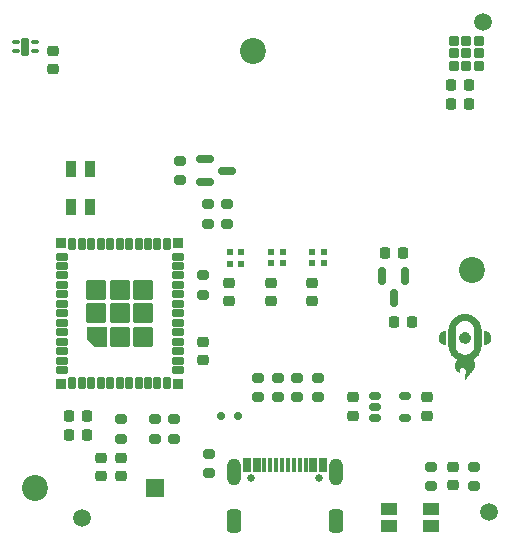
<source format=gbr>
%TF.GenerationSoftware,KiCad,Pcbnew,9.0.1*%
%TF.CreationDate,2025-11-13T12:09:59-06:00*%
%TF.ProjectId,AirCube,41697243-7562-4652-9e6b-696361645f70,rev?*%
%TF.SameCoordinates,Original*%
%TF.FileFunction,Soldermask,Top*%
%TF.FilePolarity,Negative*%
%FSLAX46Y46*%
G04 Gerber Fmt 4.6, Leading zero omitted, Abs format (unit mm)*
G04 Created by KiCad (PCBNEW 9.0.1) date 2025-11-13 12:09:59*
%MOMM*%
%LPD*%
G01*
G04 APERTURE LIST*
G04 Aperture macros list*
%AMRoundRect*
0 Rectangle with rounded corners*
0 $1 Rounding radius*
0 $2 $3 $4 $5 $6 $7 $8 $9 X,Y pos of 4 corners*
0 Add a 4 corners polygon primitive as box body*
4,1,4,$2,$3,$4,$5,$6,$7,$8,$9,$2,$3,0*
0 Add four circle primitives for the rounded corners*
1,1,$1+$1,$2,$3*
1,1,$1+$1,$4,$5*
1,1,$1+$1,$6,$7*
1,1,$1+$1,$8,$9*
0 Add four rect primitives between the rounded corners*
20,1,$1+$1,$2,$3,$4,$5,0*
20,1,$1+$1,$4,$5,$6,$7,0*
20,1,$1+$1,$6,$7,$8,$9,0*
20,1,$1+$1,$8,$9,$2,$3,0*%
G04 Aperture macros list end*
%ADD10C,0.010000*%
%ADD11C,0.000000*%
%ADD12RoundRect,0.200000X0.275000X-0.200000X0.275000X0.200000X-0.275000X0.200000X-0.275000X-0.200000X0*%
%ADD13RoundRect,0.225000X0.225000X0.250000X-0.225000X0.250000X-0.225000X-0.250000X0.225000X-0.250000X0*%
%ADD14RoundRect,0.102000X0.200000X-0.400000X0.200000X0.400000X-0.200000X0.400000X-0.200000X-0.400000X0*%
%ADD15RoundRect,0.102000X0.400000X-0.200000X0.400000X0.200000X-0.400000X0.200000X-0.400000X-0.200000X0*%
%ADD16RoundRect,0.102000X0.725000X-0.725000X0.725000X0.725000X-0.725000X0.725000X-0.725000X-0.725000X0*%
%ADD17RoundRect,0.102000X0.350000X-0.350000X0.350000X0.350000X-0.350000X0.350000X-0.350000X-0.350000X0*%
%ADD18C,1.500000*%
%ADD19R,0.558800X0.558800*%
%ADD20RoundRect,0.100000X0.200000X0.100000X-0.200000X0.100000X-0.200000X-0.100000X0.200000X-0.100000X0*%
%ADD21RoundRect,0.162500X0.162500X0.637500X-0.162500X0.637500X-0.162500X-0.637500X0.162500X-0.637500X0*%
%ADD22RoundRect,0.225000X-0.250000X0.225000X-0.250000X-0.225000X0.250000X-0.225000X0.250000X0.225000X0*%
%ADD23RoundRect,0.200000X-0.275000X0.200000X-0.275000X-0.200000X0.275000X-0.200000X0.275000X0.200000X0*%
%ADD24C,2.200000*%
%ADD25RoundRect,0.225000X-0.225000X-0.250000X0.225000X-0.250000X0.225000X0.250000X-0.225000X0.250000X0*%
%ADD26RoundRect,0.150000X-0.150000X0.587500X-0.150000X-0.587500X0.150000X-0.587500X0.150000X0.587500X0*%
%ADD27RoundRect,0.150000X-0.150000X-0.200000X0.150000X-0.200000X0.150000X0.200000X-0.150000X0.200000X0*%
%ADD28RoundRect,0.175000X-0.325000X0.175000X-0.325000X-0.175000X0.325000X-0.175000X0.325000X0.175000X0*%
%ADD29C,0.650000*%
%ADD30RoundRect,0.025400X-0.300000X-0.575000X0.300000X-0.575000X0.300000X0.575000X-0.300000X0.575000X0*%
%ADD31RoundRect,0.025400X-0.150000X-0.575000X0.150000X-0.575000X0.150000X0.575000X-0.150000X0.575000X0*%
%ADD32O,1.204000X2.304000*%
%ADD33RoundRect,0.301000X-0.301000X-0.701000X0.301000X-0.701000X0.301000X0.701000X-0.301000X0.701000X0*%
%ADD34R,0.812800X1.422400*%
%ADD35RoundRect,0.212500X0.212500X0.212500X-0.212500X0.212500X-0.212500X-0.212500X0.212500X-0.212500X0*%
%ADD36R,1.400000X1.050000*%
%ADD37RoundRect,0.150000X-0.587500X-0.150000X0.587500X-0.150000X0.587500X0.150000X-0.587500X0.150000X0*%
%ADD38R,1.500000X1.500000*%
G04 APERTURE END LIST*
D10*
%TO.C,U7*%
X34050000Y-70000000D02*
X33050000Y-70000000D01*
X32400000Y-69350000D01*
X32400000Y-68350000D01*
X34050000Y-68350000D01*
X34050000Y-70000000D01*
G36*
X34050000Y-70000000D02*
G01*
X33050000Y-70000000D01*
X32400000Y-69350000D01*
X32400000Y-68350000D01*
X34050000Y-68350000D01*
X34050000Y-70000000D01*
G37*
D11*
%TO.C,G\u002A\u002A\u002A*%
G36*
X62804666Y-69872475D02*
G01*
X62769034Y-69871770D01*
X62741777Y-69869775D01*
X62708459Y-69865356D01*
X62684643Y-69861102D01*
X62593158Y-69835034D01*
X62508784Y-69796017D01*
X62432413Y-69744754D01*
X62364932Y-69681946D01*
X62307232Y-69608296D01*
X62261251Y-69526741D01*
X62235493Y-69464578D01*
X62218607Y-69404056D01*
X62208896Y-69338476D01*
X62206811Y-69312070D01*
X62208122Y-69218639D01*
X62223703Y-69127946D01*
X62252883Y-69041382D01*
X62294990Y-68960336D01*
X62349353Y-68886198D01*
X62415299Y-68820359D01*
X62461915Y-68784171D01*
X62523754Y-68746814D01*
X62591666Y-68716366D01*
X62661463Y-68694266D01*
X62728953Y-68681957D01*
X62765284Y-68679871D01*
X62804666Y-68679740D01*
X62804666Y-69872475D01*
G37*
G36*
X66122194Y-68679793D02*
G01*
X66158240Y-68682672D01*
X66202430Y-68690374D01*
X66249202Y-68701612D01*
X66292996Y-68715103D01*
X66319108Y-68725289D01*
X66358589Y-68745303D01*
X66402847Y-68771861D01*
X66446024Y-68801175D01*
X66482260Y-68829456D01*
X66487991Y-68834503D01*
X66547102Y-68897690D01*
X66596489Y-68970579D01*
X66635269Y-69050748D01*
X66662556Y-69135778D01*
X66677468Y-69223248D01*
X66679121Y-69310736D01*
X66675499Y-69348023D01*
X66655814Y-69440926D01*
X66623122Y-69527674D01*
X66578417Y-69607192D01*
X66522694Y-69678407D01*
X66456946Y-69740246D01*
X66382168Y-69791635D01*
X66299353Y-69831500D01*
X66209497Y-69858769D01*
X66200804Y-69860629D01*
X66168401Y-69866495D01*
X66137360Y-69870732D01*
X66114115Y-69872469D01*
X66113134Y-69872475D01*
X66082812Y-69872475D01*
X66082812Y-68679740D01*
X66122194Y-68679793D01*
G37*
G36*
X64443739Y-68788985D02*
G01*
X64487013Y-68789390D01*
X64519083Y-68790555D01*
X64543747Y-68792989D01*
X64564804Y-68797200D01*
X64586050Y-68803696D01*
X64604863Y-68810550D01*
X64681955Y-68847091D01*
X64751464Y-68895043D01*
X64811911Y-68952850D01*
X64861811Y-69018953D01*
X64899683Y-69091795D01*
X64915794Y-69137330D01*
X64929601Y-69206678D01*
X64932964Y-69281704D01*
X64926195Y-69357627D01*
X64909606Y-69429665D01*
X64893993Y-69471491D01*
X64853380Y-69545557D01*
X64801966Y-69610309D01*
X64741293Y-69664963D01*
X64672902Y-69708734D01*
X64598336Y-69740839D01*
X64519134Y-69760493D01*
X64436839Y-69766914D01*
X64352991Y-69759317D01*
X64334968Y-69755789D01*
X64261879Y-69732739D01*
X64191938Y-69696627D01*
X64127248Y-69649361D01*
X64069912Y-69592846D01*
X64022035Y-69528988D01*
X63985719Y-69459692D01*
X63974265Y-69428956D01*
X63966536Y-69403274D01*
X63961343Y-69379402D01*
X63958219Y-69353251D01*
X63956695Y-69320728D01*
X63956300Y-69277743D01*
X63956305Y-69272357D01*
X63956670Y-69229280D01*
X63957945Y-69197229D01*
X63960642Y-69172234D01*
X63965271Y-69150322D01*
X63972343Y-69127522D01*
X63976403Y-69116067D01*
X64005601Y-69048392D01*
X64041790Y-68989912D01*
X64088376Y-68935254D01*
X64095577Y-68927945D01*
X64149816Y-68879954D01*
X64207171Y-68842651D01*
X64272998Y-68812640D01*
X64283698Y-68808643D01*
X64307362Y-68800481D01*
X64328196Y-68794898D01*
X64349984Y-68791429D01*
X64376511Y-68789609D01*
X64411561Y-68788972D01*
X64443739Y-68788985D01*
G37*
G36*
X64475381Y-67247987D02*
G01*
X64556061Y-67251393D01*
X64631936Y-67258001D01*
X64698366Y-67267698D01*
X64706291Y-67269224D01*
X64846729Y-67304631D01*
X64981536Y-67353454D01*
X65109844Y-67415035D01*
X65230783Y-67488715D01*
X65343483Y-67573835D01*
X65447076Y-67669737D01*
X65540693Y-67775762D01*
X65623464Y-67891252D01*
X65694520Y-68015547D01*
X65696555Y-68019592D01*
X65745524Y-68126985D01*
X65783228Y-68232055D01*
X65801256Y-68296176D01*
X65808421Y-68324475D01*
X65814749Y-68350110D01*
X65820297Y-68374165D01*
X65825121Y-68397725D01*
X65829278Y-68421874D01*
X65832825Y-68447696D01*
X65835819Y-68476276D01*
X65838317Y-68508698D01*
X65840375Y-68546047D01*
X65842050Y-68589406D01*
X65843399Y-68639860D01*
X65844479Y-68698494D01*
X65845346Y-68766391D01*
X65846058Y-68844636D01*
X65846670Y-68934314D01*
X65847241Y-69036509D01*
X65847826Y-69152304D01*
X65848008Y-69188914D01*
X65848638Y-69326421D01*
X65849042Y-69449932D01*
X65849159Y-69560453D01*
X65848926Y-69658992D01*
X65848283Y-69746554D01*
X65847166Y-69824146D01*
X65845514Y-69892774D01*
X65843266Y-69953444D01*
X65840360Y-70007163D01*
X65836734Y-70054938D01*
X65832325Y-70097773D01*
X65827073Y-70136677D01*
X65820916Y-70172655D01*
X65813791Y-70206714D01*
X65805638Y-70239859D01*
X65796393Y-70273098D01*
X65785996Y-70307436D01*
X65777730Y-70333504D01*
X65729257Y-70460725D01*
X65667369Y-70583879D01*
X65593306Y-70701387D01*
X65508312Y-70811670D01*
X65413629Y-70913148D01*
X65310501Y-71004241D01*
X65200169Y-71083369D01*
X65175953Y-71098469D01*
X65130845Y-71125870D01*
X65160791Y-71164929D01*
X65188621Y-71206414D01*
X65216719Y-71257301D01*
X65242516Y-71312260D01*
X65263444Y-71365958D01*
X65273581Y-71399026D01*
X65284335Y-71455778D01*
X65289907Y-71520916D01*
X65290225Y-71588716D01*
X65285216Y-71653457D01*
X65277354Y-71699085D01*
X65258546Y-71764901D01*
X65232332Y-71834147D01*
X65201665Y-71899397D01*
X65187636Y-71924730D01*
X65165947Y-71960431D01*
X65142587Y-71996033D01*
X65116404Y-72032985D01*
X65086251Y-72072738D01*
X65050977Y-72116743D01*
X65009432Y-72166450D01*
X64960466Y-72223309D01*
X64902931Y-72288771D01*
X64867002Y-72329209D01*
X64798171Y-72407419D01*
X64739053Y-72476875D01*
X64688487Y-72539159D01*
X64645314Y-72595857D01*
X64608375Y-72648553D01*
X64576511Y-72698833D01*
X64548564Y-72748279D01*
X64523373Y-72798478D01*
X64522728Y-72799842D01*
X64486667Y-72876220D01*
X64463302Y-72839377D01*
X64439602Y-72798904D01*
X64423357Y-72762192D01*
X64413313Y-72724576D01*
X64408216Y-72681390D01*
X64406812Y-72629268D01*
X64408209Y-72576894D01*
X64413290Y-72532586D01*
X64423307Y-72492035D01*
X64439509Y-72450935D01*
X64463147Y-72404975D01*
X64480863Y-72374218D01*
X64514350Y-72312005D01*
X64536728Y-72256384D01*
X64548664Y-72204653D01*
X64550827Y-72154110D01*
X64545777Y-72111666D01*
X64526215Y-72044912D01*
X64493880Y-71983352D01*
X64450474Y-71929259D01*
X64397698Y-71884905D01*
X64359047Y-71862311D01*
X64330157Y-71848597D01*
X64307702Y-71840232D01*
X64285879Y-71835905D01*
X64258886Y-71834307D01*
X64234087Y-71834111D01*
X64197860Y-71834835D01*
X64171609Y-71837576D01*
X64150352Y-71843190D01*
X64130327Y-71851922D01*
X64086012Y-71879645D01*
X64045504Y-71915547D01*
X64013129Y-71955453D01*
X64000507Y-71977285D01*
X63983720Y-72026808D01*
X63976966Y-72083370D01*
X63980073Y-72143016D01*
X63992866Y-72201789D01*
X64012486Y-72250603D01*
X64020018Y-72268433D01*
X64021447Y-72279060D01*
X64019719Y-72280449D01*
X64007677Y-72275915D01*
X63986864Y-72263600D01*
X63959942Y-72245434D01*
X63929577Y-72223348D01*
X63898432Y-72199271D01*
X63869173Y-72175134D01*
X63847136Y-72155411D01*
X63774519Y-72076935D01*
X63713983Y-71990494D01*
X63666035Y-71897450D01*
X63631184Y-71799161D01*
X63609937Y-71696988D01*
X63602802Y-71592289D01*
X63607038Y-71512738D01*
X63622679Y-71412280D01*
X63647658Y-71321702D01*
X63682803Y-71238527D01*
X63721235Y-71171882D01*
X63735551Y-71149089D01*
X63745458Y-71131745D01*
X63749141Y-71123064D01*
X63749004Y-71122670D01*
X63741597Y-71117934D01*
X63725104Y-71107633D01*
X63704844Y-71095079D01*
X63586278Y-71013189D01*
X63477754Y-70920565D01*
X63379828Y-70818097D01*
X63293054Y-70706674D01*
X63217989Y-70587188D01*
X63155188Y-70460527D01*
X63105207Y-70327581D01*
X63068601Y-70189239D01*
X63045926Y-70046393D01*
X63045111Y-70038588D01*
X63043726Y-70017082D01*
X63042471Y-69982008D01*
X63041348Y-69934719D01*
X63040357Y-69876563D01*
X63039496Y-69808891D01*
X63038767Y-69733054D01*
X63038169Y-69650402D01*
X63037702Y-69562285D01*
X63037367Y-69470054D01*
X63037162Y-69375059D01*
X63037089Y-69278651D01*
X63037146Y-69182179D01*
X63037335Y-69086994D01*
X63037654Y-68994447D01*
X63037903Y-68945529D01*
X63645339Y-68945529D01*
X63645432Y-69039180D01*
X63645698Y-69145447D01*
X63646093Y-69265325D01*
X63646278Y-69317366D01*
X63648786Y-70018754D01*
X63669284Y-70093769D01*
X63705429Y-70199310D01*
X63753710Y-70297162D01*
X63813325Y-70386442D01*
X63883473Y-70466267D01*
X63963354Y-70535755D01*
X64052166Y-70594025D01*
X64149109Y-70640194D01*
X64173862Y-70649506D01*
X64277472Y-70679125D01*
X64382744Y-70694870D01*
X64487637Y-70696554D01*
X64575908Y-70686627D01*
X64681140Y-70660678D01*
X64781386Y-70620860D01*
X64875359Y-70567844D01*
X64961771Y-70502300D01*
X65002442Y-70464340D01*
X65075526Y-70380988D01*
X65135613Y-70290319D01*
X65182396Y-70192972D01*
X65215566Y-70089589D01*
X65234627Y-69982489D01*
X65236098Y-69961383D01*
X65237422Y-69926693D01*
X65238601Y-69879836D01*
X65239634Y-69822231D01*
X65240521Y-69755294D01*
X65241262Y-69680444D01*
X65241857Y-69599098D01*
X65242307Y-69512675D01*
X65242610Y-69422591D01*
X65242768Y-69330266D01*
X65242780Y-69237115D01*
X65242646Y-69144559D01*
X65242366Y-69054013D01*
X65241941Y-68966896D01*
X65241369Y-68884626D01*
X65240652Y-68808620D01*
X65239788Y-68740297D01*
X65238779Y-68681073D01*
X65237624Y-68632368D01*
X65236324Y-68595598D01*
X65234877Y-68572181D01*
X65234627Y-68569726D01*
X65215576Y-68462726D01*
X65183503Y-68361526D01*
X65139367Y-68266996D01*
X65084122Y-68180001D01*
X65018726Y-68101412D01*
X64944136Y-68032094D01*
X64861307Y-67972916D01*
X64771196Y-67924745D01*
X64674759Y-67888450D01*
X64572953Y-67864897D01*
X64466735Y-67854955D01*
X64446443Y-67854676D01*
X64335442Y-67861410D01*
X64230375Y-67881915D01*
X64131062Y-67916264D01*
X64037323Y-67964529D01*
X63948978Y-68026781D01*
X63895189Y-68073991D01*
X63823911Y-68149996D01*
X63765777Y-68230827D01*
X63719078Y-68319176D01*
X63687104Y-68402186D01*
X63680109Y-68423631D01*
X63673909Y-68443770D01*
X63668459Y-68463598D01*
X63663716Y-68484108D01*
X63659633Y-68506295D01*
X63656168Y-68531154D01*
X63653275Y-68559678D01*
X63650911Y-68592863D01*
X63649031Y-68631703D01*
X63647591Y-68677192D01*
X63646546Y-68730325D01*
X63645852Y-68792095D01*
X63645464Y-68863499D01*
X63645339Y-68945529D01*
X63037903Y-68945529D01*
X63038105Y-68905887D01*
X63038686Y-68822666D01*
X63039398Y-68746133D01*
X63040241Y-68677639D01*
X63041215Y-68618535D01*
X63042320Y-68570169D01*
X63043555Y-68533894D01*
X63044921Y-68511059D01*
X63045147Y-68508786D01*
X63067208Y-68366779D01*
X63101854Y-68232005D01*
X63149539Y-68102869D01*
X63179174Y-68038364D01*
X63249939Y-67910688D01*
X63331996Y-67792388D01*
X63424565Y-67684034D01*
X63526862Y-67586195D01*
X63638107Y-67499441D01*
X63757515Y-67424340D01*
X63884306Y-67361463D01*
X64017698Y-67311378D01*
X64156907Y-67274656D01*
X64250918Y-67258111D01*
X64318168Y-67251233D01*
X64394536Y-67247896D01*
X64475381Y-67247987D01*
G37*
%TD*%
D12*
%TO.C,R10*%
X38200000Y-77825000D03*
X38200000Y-76175000D03*
%TD*%
D13*
%TO.C,C15*%
X64800000Y-47900000D03*
X63250000Y-47900000D03*
%TD*%
D14*
%TO.C,U7*%
X31200000Y-73100000D03*
X32000000Y-73100000D03*
X32800000Y-73100000D03*
X33600000Y-73100000D03*
X34400000Y-73100000D03*
X35200000Y-73100000D03*
X36000000Y-73100000D03*
X36800000Y-73100000D03*
X37600000Y-73100000D03*
X38400000Y-73100000D03*
X39200000Y-73100000D03*
D15*
X40100000Y-72000000D03*
X40100000Y-71200000D03*
X40100000Y-70400000D03*
X40100000Y-69600000D03*
X40100000Y-68800000D03*
X40100000Y-68000000D03*
X40100000Y-67200000D03*
X40100000Y-66400000D03*
X40100000Y-65600000D03*
X40100000Y-64800000D03*
X40100000Y-64000000D03*
X40100000Y-63200000D03*
X40100000Y-62400000D03*
D14*
X39200000Y-61300000D03*
X38400000Y-61300000D03*
X37600000Y-61300000D03*
X36800000Y-61300000D03*
X36000000Y-61300000D03*
X35200000Y-61300000D03*
X34400000Y-61300000D03*
X33600000Y-61300000D03*
X32800000Y-61300000D03*
X32000000Y-61300000D03*
X31200000Y-61300000D03*
D15*
X30300000Y-62400000D03*
X30300000Y-63200000D03*
X30300000Y-64000000D03*
X30300000Y-64800000D03*
X30300000Y-65600000D03*
X30300000Y-66400000D03*
X30300000Y-67200000D03*
X30300000Y-68000000D03*
X30300000Y-68800000D03*
X30300000Y-69600000D03*
X30300000Y-70400000D03*
X30300000Y-71200000D03*
X30300000Y-72000000D03*
D16*
X35200000Y-69175000D03*
X37175000Y-69175000D03*
X33225000Y-67200000D03*
X35200000Y-67200000D03*
X37175000Y-67200000D03*
X33225000Y-65225000D03*
X35200000Y-65225000D03*
X37175000Y-65225000D03*
D17*
X30250000Y-61250000D03*
X40150000Y-61250000D03*
X40150000Y-73150000D03*
X30250000Y-73150000D03*
%TD*%
D18*
%TO.C,REF\u002A\u002A*%
X66500000Y-84000000D03*
%TD*%
D19*
%TO.C,LED1*%
X44525000Y-62050040D03*
X44525000Y-63000000D03*
X45475000Y-63000000D03*
X45475000Y-62050040D03*
%TD*%
D20*
%TO.C,U10*%
X28000000Y-45000000D03*
X28000000Y-44250000D03*
X26400000Y-44250000D03*
X26400000Y-45000000D03*
D21*
X27200000Y-44625000D03*
%TD*%
D12*
%TO.C,R18*%
X46900000Y-74325000D03*
X46900000Y-72675000D03*
%TD*%
D13*
%TO.C,C14*%
X64800000Y-49500000D03*
X63250000Y-49500000D03*
%TD*%
D22*
%TO.C,C24*%
X51500000Y-64625000D03*
X51500000Y-66175000D03*
%TD*%
D23*
%TO.C,R5*%
X44325000Y-57975000D03*
X44325000Y-59625000D03*
%TD*%
%TO.C,R19*%
X65200000Y-80175000D03*
X65200000Y-81825000D03*
%TD*%
D24*
%TO.C,REF\u002A\u002A*%
X46500000Y-45000000D03*
%TD*%
D23*
%TO.C,R11*%
X35300000Y-76175000D03*
X35300000Y-77825000D03*
%TD*%
D22*
%TO.C,C13*%
X42300000Y-69625000D03*
X42300000Y-71175000D03*
%TD*%
D25*
%TO.C,C23*%
X57675000Y-62062500D03*
X59225000Y-62062500D03*
%TD*%
D26*
%TO.C,U5*%
X59350000Y-64062500D03*
X57450000Y-64062500D03*
X58400000Y-65937500D03*
%TD*%
D27*
%TO.C,D5*%
X45200000Y-75900000D03*
X43800000Y-75900000D03*
%TD*%
D22*
%TO.C,C17*%
X48050000Y-64599980D03*
X48050000Y-66149980D03*
%TD*%
D23*
%TO.C,R21*%
X48600000Y-72675000D03*
X48600000Y-74325000D03*
%TD*%
D28*
%TO.C,U6*%
X56800000Y-74200000D03*
X56800000Y-75150000D03*
X56800000Y-76100000D03*
X59400000Y-76100000D03*
X59400000Y-74200000D03*
%TD*%
D22*
%TO.C,C12*%
X35300000Y-79425000D03*
X35300000Y-80975000D03*
%TD*%
D29*
%TO.C,P1*%
X46307500Y-81120000D03*
X52087500Y-81120000D03*
D30*
X45997500Y-80045000D03*
X46797500Y-80045000D03*
D31*
X47947500Y-80045000D03*
X48947500Y-80045000D03*
X49447500Y-80045000D03*
X50447500Y-80045000D03*
D30*
X51597500Y-80045000D03*
X52397500Y-80045000D03*
D31*
X50947500Y-80045000D03*
X49947500Y-80045000D03*
X48447500Y-80045000D03*
X47447500Y-80045000D03*
D32*
X44877500Y-80620000D03*
X53517500Y-80620000D03*
D33*
X44877500Y-84800000D03*
X53517500Y-84800000D03*
%TD*%
D24*
%TO.C,REF\u002A\u002A*%
X28000000Y-82000000D03*
%TD*%
D25*
%TO.C,C5*%
X58425000Y-67962500D03*
X59975000Y-67962500D03*
%TD*%
D24*
%TO.C,REF\u002A\u002A*%
X65000000Y-63500000D03*
%TD*%
D23*
%TO.C,R4*%
X42700000Y-57975000D03*
X42700000Y-59625000D03*
%TD*%
%TO.C,R16*%
X42797500Y-79112500D03*
X42797500Y-80762500D03*
%TD*%
D22*
%TO.C,C16*%
X44500000Y-64599980D03*
X44500000Y-66149980D03*
%TD*%
D18*
%TO.C,REF\u002A\u002A*%
X32000000Y-84500000D03*
%TD*%
D34*
%TO.C,S2*%
X31075000Y-58200200D03*
X32725000Y-58200200D03*
X32725000Y-54999800D03*
X31075000Y-54999800D03*
%TD*%
D22*
%TO.C,C32*%
X29590000Y-44995000D03*
X29590000Y-46545000D03*
%TD*%
%TO.C,C27*%
X63400000Y-80225000D03*
X63400000Y-81775000D03*
%TD*%
D23*
%TO.C,R20*%
X61600000Y-80175000D03*
X61600000Y-81825000D03*
%TD*%
%TO.C,R12*%
X42300000Y-63975000D03*
X42300000Y-65625000D03*
%TD*%
D22*
%TO.C,C22*%
X61200000Y-74325000D03*
X61200000Y-75875000D03*
%TD*%
D12*
%TO.C,R1*%
X40300000Y-55950000D03*
X40300000Y-54300000D03*
%TD*%
D18*
%TO.C,REF\u002A\u002A*%
X66000000Y-42500000D03*
%TD*%
D35*
%TO.C,U2*%
X63500000Y-44150000D03*
X63500000Y-45200000D03*
X63500000Y-46250000D03*
X64550000Y-46250000D03*
X65600000Y-46250000D03*
X65600000Y-45200000D03*
X65600000Y-44150000D03*
X64550000Y-44150000D03*
X64550000Y-45200000D03*
%TD*%
D36*
%TO.C,S3*%
X57975000Y-83775000D03*
X61575000Y-83775000D03*
X57975000Y-85225000D03*
X61575000Y-85225000D03*
%TD*%
D12*
%TO.C,R17*%
X52000000Y-74325000D03*
X52000000Y-72675000D03*
%TD*%
D22*
%TO.C,C10*%
X33600000Y-79425000D03*
X33600000Y-80975000D03*
%TD*%
%TO.C,C21*%
X55000000Y-74325000D03*
X55000000Y-75875000D03*
%TD*%
D37*
%TO.C,Q1*%
X42425000Y-54175000D03*
X42425000Y-56075000D03*
X44300000Y-55125000D03*
%TD*%
D13*
%TO.C,C9*%
X32475000Y-75900000D03*
X30925000Y-75900000D03*
%TD*%
D19*
%TO.C,LED2*%
X48050000Y-62025020D03*
X48050000Y-62974980D03*
X49000000Y-62974980D03*
X49000000Y-62025020D03*
%TD*%
D38*
%TO.C,TP2*%
X38200000Y-82000000D03*
%TD*%
D19*
%TO.C,LED3*%
X51525000Y-62000000D03*
X51525000Y-62949960D03*
X52475000Y-62949960D03*
X52475000Y-62000000D03*
%TD*%
D12*
%TO.C,R22*%
X50200000Y-74325000D03*
X50200000Y-72675000D03*
%TD*%
D13*
%TO.C,C11*%
X32475000Y-77500000D03*
X30925000Y-77500000D03*
%TD*%
D12*
%TO.C,R9*%
X39800000Y-77825000D03*
X39800000Y-76175000D03*
%TD*%
M02*

</source>
